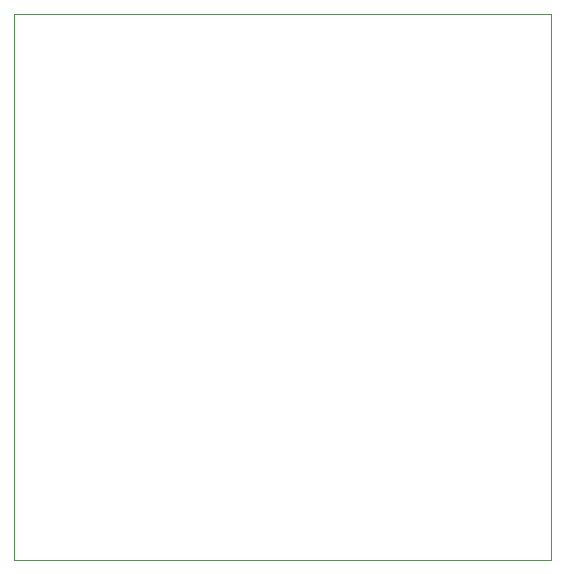
<source format=gbr>
%TF.GenerationSoftware,KiCad,Pcbnew,7.0.1*%
%TF.CreationDate,2023-04-24T21:53:49-04:00*%
%TF.ProjectId,lots-of-serial,6c6f7473-2d6f-4662-9d73-657269616c2e,rev?*%
%TF.SameCoordinates,Original*%
%TF.FileFunction,Profile,NP*%
%FSLAX46Y46*%
G04 Gerber Fmt 4.6, Leading zero omitted, Abs format (unit mm)*
G04 Created by KiCad (PCBNEW 7.0.1) date 2023-04-24 21:53:49*
%MOMM*%
%LPD*%
G01*
G04 APERTURE LIST*
%TA.AperFunction,Profile*%
%ADD10C,0.050000*%
%TD*%
G04 APERTURE END LIST*
D10*
X62230000Y-50546000D02*
X107696000Y-50546000D01*
X107696000Y-96774000D01*
X62230000Y-96774000D01*
X62230000Y-50546000D01*
M02*

</source>
